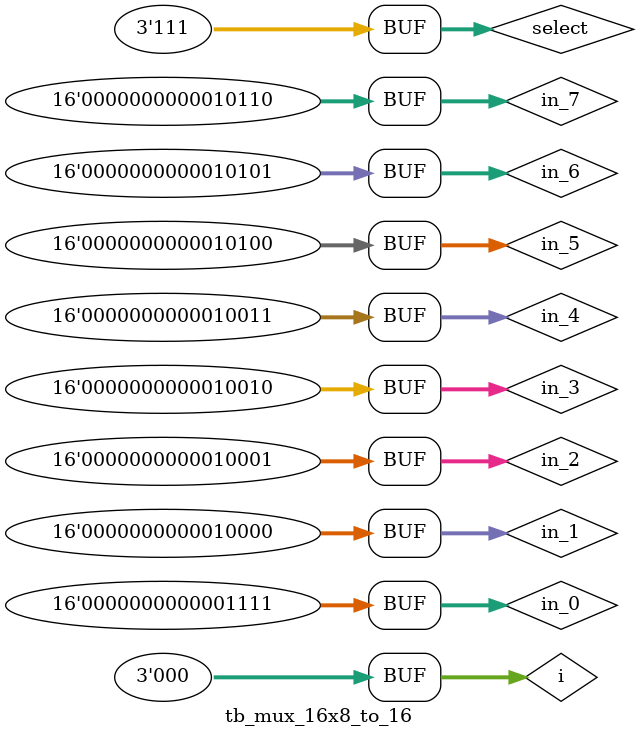
<source format=v>
`timescale 1ns / 1ps

module tb_mux_16x8_to_16();
    localparam period = 1;
    reg [2:0] i = 0;
    reg [15:0] in_0 = 15;
    reg [15:0] in_1 = 16;
    reg [15:0] in_2 = 17;
    reg [15:0] in_3 = 18;
    reg [15:0] in_4 = 19;
    reg [15:0] in_5 = 20;
    reg [15:0] in_6 = 21;
    reg [15:0] in_7 = 22;
    reg [2:0] select;
    wire [15:0] out;
    mux_16x8_to_16 dut (.select(select),
                       .in_0(in_0),
                       .in_1(in_1),
                       .in_2(in_2),
                       .in_3(in_3),
                       .in_4(in_4),
                       .in_5(in_5),
                       .in_6(in_6),
                       .in_7(in_7),
                       .out(out));
    // loop through all inputs
    initial begin
        for (i = 0; i < 8; i = i + 1) begin
            select = i;
            #period; // wait for period 
        end
    end
endmodule

</source>
